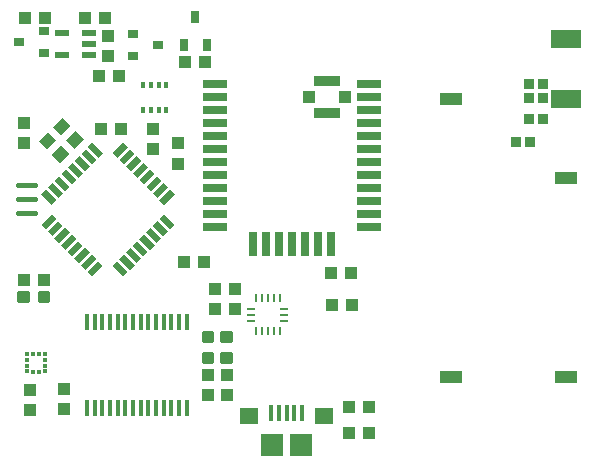
<source format=gbr>
G04 EAGLE Gerber RS-274X export*
G75*
%MOMM*%
%FSLAX34Y34*%
%LPD*%
%INSolderpaste Top*%
%IPPOS*%
%AMOC8*
5,1,8,0,0,1.08239X$1,22.5*%
G01*
%ADD10R,1.100000X1.000000*%
%ADD11C,0.300000*%
%ADD12R,1.000000X1.100000*%
%ADD13R,1.270000X0.558800*%
%ADD14R,0.558800X1.270000*%
%ADD15R,0.280000X0.700000*%
%ADD16R,0.700000X0.280000*%
%ADD17C,0.450000*%
%ADD18R,2.000000X0.700000*%
%ADD19R,0.700000X2.000000*%
%ADD20R,0.850000X0.900000*%
%ADD21R,0.800000X1.000000*%
%ADD22R,1.950000X1.000000*%
%ADD23R,2.500000X1.600000*%
%ADD24R,0.900000X0.850000*%
%ADD25R,0.900000X0.800000*%
%ADD26R,0.350000X0.500000*%
%ADD27R,0.450000X0.350000*%
%ADD28R,0.350000X0.450000*%
%ADD29R,0.348000X1.397000*%
%ADD30R,0.400000X1.350000*%
%ADD31R,1.600000X1.400000*%
%ADD32R,1.900000X1.900000*%
%ADD33R,1.219200X0.508000*%
%ADD34R,2.200000X0.850000*%
%ADD35R,1.050000X1.000000*%


D10*
G36*
X290914Y272543D02*
X283137Y264766D01*
X276066Y271837D01*
X283843Y279614D01*
X290914Y272543D01*
G37*
G36*
X302934Y284563D02*
X295157Y276786D01*
X288086Y283857D01*
X295863Y291634D01*
X302934Y284563D01*
G37*
X415900Y169700D03*
X398900Y169700D03*
X264000Y376300D03*
X281000Y376300D03*
D11*
X277070Y143000D02*
X277070Y136000D01*
X277070Y143000D02*
X284070Y143000D01*
X284070Y136000D01*
X277070Y136000D01*
X277070Y138850D02*
X284070Y138850D01*
X284070Y141700D02*
X277070Y141700D01*
X259530Y143000D02*
X259530Y136000D01*
X259530Y143000D02*
X266530Y143000D01*
X266530Y136000D01*
X259530Y136000D01*
X259530Y138850D02*
X266530Y138850D01*
X266530Y141700D02*
X259530Y141700D01*
D10*
X263100Y154400D03*
X280100Y154400D03*
D12*
X263100Y287400D03*
X263100Y270400D03*
D13*
G36*
X326460Y257687D02*
X317481Y266666D01*
X321432Y270617D01*
X330411Y261638D01*
X326460Y257687D01*
G37*
G36*
X320803Y252030D02*
X311824Y261009D01*
X315775Y264960D01*
X324754Y255981D01*
X320803Y252030D01*
G37*
G36*
X315146Y246374D02*
X306167Y255353D01*
X310118Y259304D01*
X319097Y250325D01*
X315146Y246374D01*
G37*
G36*
X309489Y240717D02*
X300510Y249696D01*
X304461Y253647D01*
X313440Y244668D01*
X309489Y240717D01*
G37*
G36*
X303832Y235060D02*
X294853Y244039D01*
X298804Y247990D01*
X307783Y239011D01*
X303832Y235060D01*
G37*
G36*
X298175Y229403D02*
X289196Y238382D01*
X293147Y242333D01*
X302126Y233354D01*
X298175Y229403D01*
G37*
G36*
X292519Y223746D02*
X283540Y232725D01*
X287491Y236676D01*
X296470Y227697D01*
X292519Y223746D01*
G37*
G36*
X286862Y218089D02*
X277883Y227068D01*
X281834Y231019D01*
X290813Y222040D01*
X286862Y218089D01*
G37*
D14*
G36*
X281834Y196981D02*
X277883Y200932D01*
X286862Y209911D01*
X290813Y205960D01*
X281834Y196981D01*
G37*
G36*
X287491Y191324D02*
X283540Y195275D01*
X292519Y204254D01*
X296470Y200303D01*
X287491Y191324D01*
G37*
G36*
X293147Y185667D02*
X289196Y189618D01*
X298175Y198597D01*
X302126Y194646D01*
X293147Y185667D01*
G37*
G36*
X298804Y180010D02*
X294853Y183961D01*
X303832Y192940D01*
X307783Y188989D01*
X298804Y180010D01*
G37*
G36*
X304461Y174353D02*
X300510Y178304D01*
X309489Y187283D01*
X313440Y183332D01*
X304461Y174353D01*
G37*
G36*
X310118Y168696D02*
X306167Y172647D01*
X315146Y181626D01*
X319097Y177675D01*
X310118Y168696D01*
G37*
G36*
X315775Y163040D02*
X311824Y166991D01*
X320803Y175970D01*
X324754Y172019D01*
X315775Y163040D01*
G37*
G36*
X321432Y157383D02*
X317481Y161334D01*
X326460Y170313D01*
X330411Y166362D01*
X321432Y157383D01*
G37*
D13*
G36*
X347568Y157383D02*
X338589Y166362D01*
X342540Y170313D01*
X351519Y161334D01*
X347568Y157383D01*
G37*
G36*
X353225Y163040D02*
X344246Y172019D01*
X348197Y175970D01*
X357176Y166991D01*
X353225Y163040D01*
G37*
G36*
X358882Y168696D02*
X349903Y177675D01*
X353854Y181626D01*
X362833Y172647D01*
X358882Y168696D01*
G37*
G36*
X364539Y174353D02*
X355560Y183332D01*
X359511Y187283D01*
X368490Y178304D01*
X364539Y174353D01*
G37*
G36*
X370196Y180010D02*
X361217Y188989D01*
X365168Y192940D01*
X374147Y183961D01*
X370196Y180010D01*
G37*
G36*
X375853Y185667D02*
X366874Y194646D01*
X370825Y198597D01*
X379804Y189618D01*
X375853Y185667D01*
G37*
G36*
X381509Y191324D02*
X372530Y200303D01*
X376481Y204254D01*
X385460Y195275D01*
X381509Y191324D01*
G37*
G36*
X387166Y196981D02*
X378187Y205960D01*
X382138Y209911D01*
X391117Y200932D01*
X387166Y196981D01*
G37*
D14*
G36*
X382138Y218089D02*
X378187Y222040D01*
X387166Y231019D01*
X391117Y227068D01*
X382138Y218089D01*
G37*
G36*
X376481Y223746D02*
X372530Y227697D01*
X381509Y236676D01*
X385460Y232725D01*
X376481Y223746D01*
G37*
G36*
X370825Y229403D02*
X366874Y233354D01*
X375853Y242333D01*
X379804Y238382D01*
X370825Y229403D01*
G37*
G36*
X365168Y235060D02*
X361217Y239011D01*
X370196Y247990D01*
X374147Y244039D01*
X365168Y235060D01*
G37*
G36*
X359511Y240717D02*
X355560Y244668D01*
X364539Y253647D01*
X368490Y249696D01*
X359511Y240717D01*
G37*
G36*
X353854Y246374D02*
X349903Y250325D01*
X358882Y259304D01*
X362833Y255353D01*
X353854Y246374D01*
G37*
G36*
X348197Y252030D02*
X344246Y255981D01*
X353225Y264960D01*
X357176Y261009D01*
X348197Y252030D01*
G37*
G36*
X342540Y257687D02*
X338589Y261638D01*
X347568Y270617D01*
X351519Y266666D01*
X342540Y257687D01*
G37*
D15*
X459900Y110600D03*
X464900Y110600D03*
X469900Y110600D03*
X474900Y110600D03*
X479900Y110600D03*
D16*
X483900Y119600D03*
X483900Y124600D03*
X483900Y129600D03*
D15*
X479900Y138600D03*
X474900Y138600D03*
X469900Y138600D03*
X464900Y138600D03*
X459900Y138600D03*
D16*
X455900Y129600D03*
X455900Y124600D03*
X455900Y119600D03*
D17*
X273075Y234900D02*
X258525Y234900D01*
X258525Y222900D02*
X273075Y222900D01*
X273075Y210900D02*
X258525Y210900D01*
D18*
X425500Y320300D03*
X425500Y309300D03*
X425500Y298300D03*
X425500Y287300D03*
X425500Y276300D03*
X425500Y265300D03*
X425500Y254300D03*
X425500Y243300D03*
X425500Y232300D03*
X425500Y221300D03*
X425500Y210300D03*
X425500Y199300D03*
D19*
X457500Y184300D03*
X468500Y184300D03*
X479500Y184300D03*
X490500Y184300D03*
X501500Y184300D03*
X512500Y184300D03*
X523500Y184300D03*
D18*
X555500Y199300D03*
X555500Y210300D03*
X555500Y221300D03*
X555500Y232300D03*
X555500Y243300D03*
X555500Y254300D03*
X555500Y265300D03*
X555500Y276300D03*
X555500Y287300D03*
X555500Y298300D03*
X555500Y309300D03*
X555500Y320300D03*
D12*
X441900Y129600D03*
X441900Y146600D03*
X297300Y61700D03*
X297300Y44700D03*
D20*
X702600Y290300D03*
X691000Y290300D03*
X691600Y271300D03*
X680000Y271300D03*
D21*
X399100Y353200D03*
X418100Y353200D03*
X408600Y377200D03*
D10*
X416500Y338600D03*
X399500Y338600D03*
X328300Y282300D03*
X345300Y282300D03*
X524300Y133300D03*
X541300Y133300D03*
X523500Y160300D03*
X540500Y160300D03*
D22*
X722800Y240300D03*
X722800Y72300D03*
X624800Y72300D03*
X624800Y307300D03*
D23*
X722800Y358300D03*
X722800Y307300D03*
D10*
G36*
X299286Y272457D02*
X307063Y280234D01*
X314134Y273163D01*
X306357Y265386D01*
X299286Y272457D01*
G37*
G36*
X287266Y260437D02*
X295043Y268214D01*
X302114Y261143D01*
X294337Y253366D01*
X287266Y260437D01*
G37*
X344300Y327300D03*
X327300Y327300D03*
D24*
X690800Y308500D03*
X690800Y320100D03*
X702800Y308500D03*
X702800Y320100D03*
D25*
X280700Y346300D03*
X280700Y365300D03*
X259700Y355800D03*
D12*
X393800Y252800D03*
X393800Y269800D03*
X372800Y264800D03*
X372800Y281800D03*
D26*
X383950Y298450D03*
X377450Y298450D03*
X370950Y298450D03*
X364450Y298450D03*
X364450Y318950D03*
X370950Y318950D03*
X377450Y318950D03*
X383950Y318950D03*
D27*
X266200Y91800D03*
X266200Y86800D03*
X266200Y81800D03*
X266200Y76800D03*
D28*
X271300Y76700D03*
X276300Y76700D03*
D27*
X281400Y76800D03*
X281400Y81800D03*
X281400Y86800D03*
X281400Y91800D03*
D28*
X276300Y91900D03*
X271300Y91900D03*
D12*
X268800Y43800D03*
X268800Y60800D03*
D29*
X316750Y118560D03*
X323250Y118560D03*
X329750Y118560D03*
X336250Y118560D03*
X342750Y118560D03*
X349250Y118560D03*
X355750Y118560D03*
X368750Y118560D03*
X362250Y118560D03*
X375250Y118560D03*
X381750Y118560D03*
X388250Y118560D03*
X394750Y118560D03*
X401250Y118560D03*
X316750Y45440D03*
X323250Y45440D03*
X329750Y45440D03*
X336250Y45440D03*
X342750Y45440D03*
X349250Y45440D03*
X355750Y45440D03*
X362250Y45440D03*
X368750Y45440D03*
X375250Y45440D03*
X381750Y45440D03*
X388250Y45440D03*
X394750Y45440D03*
X401250Y45440D03*
D30*
X472800Y41550D03*
X479300Y41550D03*
X485800Y41550D03*
X492300Y41550D03*
X498800Y41550D03*
D31*
X453800Y39300D03*
X517800Y39300D03*
D32*
X473800Y14800D03*
X497800Y14800D03*
D11*
X422500Y102270D02*
X415500Y102270D01*
X415500Y109270D01*
X422500Y109270D01*
X422500Y102270D01*
X422500Y105120D02*
X415500Y105120D01*
X415500Y107970D02*
X422500Y107970D01*
X422500Y84730D02*
X415500Y84730D01*
X415500Y91730D01*
X422500Y91730D01*
X422500Y84730D01*
X422500Y87580D02*
X415500Y87580D01*
X415500Y90430D02*
X422500Y90430D01*
X431500Y102270D02*
X438500Y102270D01*
X431500Y102270D02*
X431500Y109270D01*
X438500Y109270D01*
X438500Y102270D01*
X438500Y105120D02*
X431500Y105120D01*
X431500Y107970D02*
X438500Y107970D01*
X438500Y84730D02*
X431500Y84730D01*
X431500Y91730D01*
X438500Y91730D01*
X438500Y84730D01*
X438500Y87580D02*
X431500Y87580D01*
X431500Y90430D02*
X438500Y90430D01*
D12*
X419000Y73500D03*
X419000Y56500D03*
X435000Y73500D03*
X435000Y56500D03*
D10*
X555500Y47000D03*
X538500Y47000D03*
X555500Y25000D03*
X538500Y25000D03*
D12*
X425000Y146400D03*
X425000Y129400D03*
D33*
X318176Y344500D03*
X318176Y354000D03*
X318176Y363500D03*
X295824Y363500D03*
X295824Y344500D03*
D12*
X335000Y343500D03*
X335000Y360500D03*
D10*
X332500Y376000D03*
X315500Y376000D03*
D25*
X356000Y362500D03*
X356000Y343500D03*
X377000Y353000D03*
D34*
X520000Y322750D03*
X520000Y295250D03*
D35*
X535250Y309000D03*
X504750Y309000D03*
M02*

</source>
